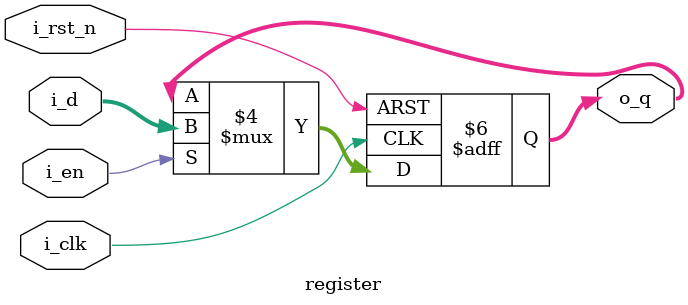
<source format=sv>
module register #(
parameter SIZE=64)(
input logic [SIZE-1:0] i_d,
input logic i_clk, i_rst_n, i_en,
output logic [SIZE-1:0] o_q
);

always_ff @ (posedge i_clk, negedge i_rst_n) begin
	if (!i_rst_n) o_q <= 0;
	else if (i_en) o_q <= i_d;
	else o_q <= o_q;
end //always_ff

endmodule 
</source>
